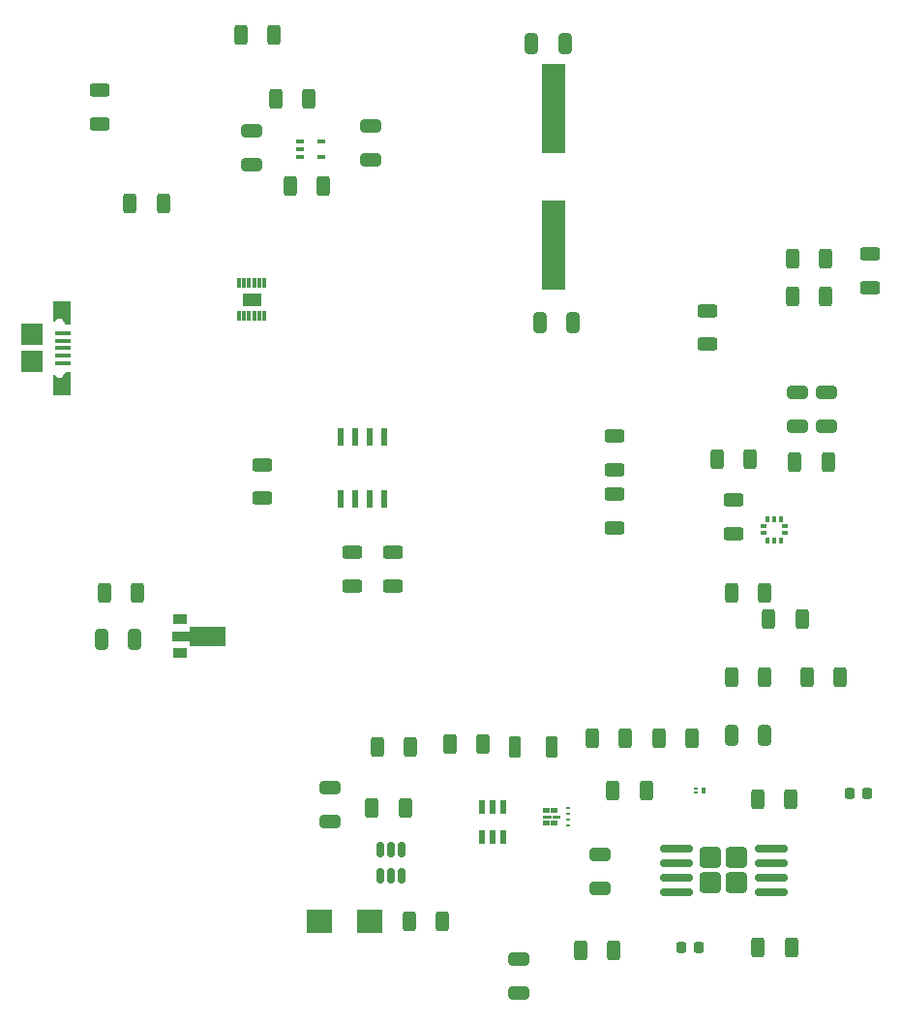
<source format=gbr>
%TF.GenerationSoftware,KiCad,Pcbnew,(7.0.0)*%
%TF.CreationDate,2023-04-24T23:57:33+02:00*%
%TF.ProjectId,main_v0.6,6d61696e-5f76-4302-9e36-2e6b69636164,rev?*%
%TF.SameCoordinates,Original*%
%TF.FileFunction,Paste,Top*%
%TF.FilePolarity,Positive*%
%FSLAX46Y46*%
G04 Gerber Fmt 4.6, Leading zero omitted, Abs format (unit mm)*
G04 Created by KiCad (PCBNEW (7.0.0)) date 2023-04-24 23:57:33*
%MOMM*%
%LPD*%
G01*
G04 APERTURE LIST*
G04 Aperture macros list*
%AMRoundRect*
0 Rectangle with rounded corners*
0 $1 Rounding radius*
0 $2 $3 $4 $5 $6 $7 $8 $9 X,Y pos of 4 corners*
0 Add a 4 corners polygon primitive as box body*
4,1,4,$2,$3,$4,$5,$6,$7,$8,$9,$2,$3,0*
0 Add four circle primitives for the rounded corners*
1,1,$1+$1,$2,$3*
1,1,$1+$1,$4,$5*
1,1,$1+$1,$6,$7*
1,1,$1+$1,$8,$9*
0 Add four rect primitives between the rounded corners*
20,1,$1+$1,$2,$3,$4,$5,0*
20,1,$1+$1,$4,$5,$6,$7,0*
20,1,$1+$1,$6,$7,$8,$9,0*
20,1,$1+$1,$8,$9,$2,$3,0*%
%AMFreePoly0*
4,1,9,3.862500,-0.866500,0.737500,-0.866500,0.737500,-0.450000,-0.737500,-0.450000,-0.737500,0.450000,0.737500,0.450000,0.737500,0.866500,3.862500,0.866500,3.862500,-0.866500,3.862500,-0.866500,$1*%
%AMFreePoly1*
4,1,9,1.050000,0.350000,0.550000,0.000000,0.550000,-0.400000,0.800000,-0.650000,0.800000,-0.800000,-1.050000,-0.800000,-1.050000,0.800000,1.050000,0.800000,1.050000,0.350000,1.050000,0.350000,$1*%
%AMFreePoly2*
4,1,9,1.050000,-0.800000,-0.800000,-0.800000,-0.800000,-0.650000,-0.550000,-0.400000,-0.550000,0.000000,-1.050000,0.350000,-1.050000,0.800000,1.050000,0.800000,1.050000,-0.800000,1.050000,-0.800000,$1*%
G04 Aperture macros list end*
%ADD10C,0.010000*%
%ADD11RoundRect,0.250000X-0.312500X-0.625000X0.312500X-0.625000X0.312500X0.625000X-0.312500X0.625000X0*%
%ADD12RoundRect,0.007500X-0.117500X0.412500X-0.117500X-0.412500X0.117500X-0.412500X0.117500X0.412500X0*%
%ADD13RoundRect,0.250000X0.625000X-0.312500X0.625000X0.312500X-0.625000X0.312500X-0.625000X-0.312500X0*%
%ADD14R,0.650000X0.400000*%
%ADD15RoundRect,0.250000X-0.325000X-0.650000X0.325000X-0.650000X0.325000X0.650000X-0.325000X0.650000X0*%
%ADD16RoundRect,0.250000X-0.625000X0.312500X-0.625000X-0.312500X0.625000X-0.312500X0.625000X0.312500X0*%
%ADD17RoundRect,0.218750X-0.218750X-0.256250X0.218750X-0.256250X0.218750X0.256250X-0.218750X0.256250X0*%
%ADD18R,0.550000X1.200000*%
%ADD19R,2.000000X7.875000*%
%ADD20RoundRect,0.250000X0.312500X0.625000X-0.312500X0.625000X-0.312500X-0.625000X0.312500X-0.625000X0*%
%ADD21RoundRect,0.250000X-0.275000X-0.700000X0.275000X-0.700000X0.275000X0.700000X-0.275000X0.700000X0*%
%ADD22RoundRect,0.150000X-0.150000X0.512500X-0.150000X-0.512500X0.150000X-0.512500X0.150000X0.512500X0*%
%ADD23RoundRect,0.250000X-0.670000X-0.645000X0.670000X-0.645000X0.670000X0.645000X-0.670000X0.645000X0*%
%ADD24RoundRect,0.175000X-1.250000X-0.175000X1.250000X-0.175000X1.250000X0.175000X-1.250000X0.175000X0*%
%ADD25RoundRect,0.250000X0.650000X-0.325000X0.650000X0.325000X-0.650000X0.325000X-0.650000X-0.325000X0*%
%ADD26RoundRect,0.250000X-0.650000X0.325000X-0.650000X-0.325000X0.650000X-0.325000X0.650000X0.325000X0*%
%ADD27R,1.300000X0.900000*%
%ADD28FreePoly0,0.000000*%
%ADD29RoundRect,0.250000X0.325000X0.650000X-0.325000X0.650000X-0.325000X-0.650000X0.325000X-0.650000X0*%
%ADD30R,0.600000X1.550000*%
%ADD31R,2.200000X2.150000*%
%ADD32RoundRect,0.100000X-0.175000X-0.100000X0.175000X-0.100000X0.175000X0.100000X-0.175000X0.100000X0*%
%ADD33RoundRect,0.100000X-0.100000X-0.175000X0.100000X-0.175000X0.100000X0.175000X-0.100000X0.175000X0*%
%ADD34R,0.380000X0.150000*%
%ADD35R,0.380000X0.630000*%
%ADD36R,0.450000X0.250000*%
%ADD37R,1.350000X0.400000*%
%ADD38FreePoly1,270.000000*%
%ADD39R,1.900000X1.900000*%
%ADD40FreePoly2,270.000000*%
G04 APERTURE END LIST*
%TO.C,U5*%
G36*
X111280000Y-84584000D02*
G01*
X109700000Y-84584000D01*
X109700000Y-83564000D01*
X111280000Y-83564000D01*
X111280000Y-84584000D01*
G37*
D10*
X111280000Y-84584000D02*
X109700000Y-84584000D01*
X109700000Y-83564000D01*
X111280000Y-83564000D01*
X111280000Y-84584000D01*
%TO.C,U7*%
G36*
X136476000Y-128923000D02*
G01*
X136001000Y-128923000D01*
X136001000Y-128573000D01*
X136476000Y-128573000D01*
X136476000Y-128923000D01*
G37*
X136476000Y-128923000D02*
X136001000Y-128923000D01*
X136001000Y-128573000D01*
X136476000Y-128573000D01*
X136476000Y-128923000D01*
G36*
X136626000Y-129398000D02*
G01*
X136001000Y-129398000D01*
X136001000Y-129198000D01*
X136626000Y-129198000D01*
X136626000Y-129398000D01*
G37*
X136626000Y-129398000D02*
X136001000Y-129398000D01*
X136001000Y-129198000D01*
X136626000Y-129198000D01*
X136626000Y-129398000D01*
G36*
X136476000Y-130023000D02*
G01*
X136001000Y-130023000D01*
X136001000Y-129673000D01*
X136476000Y-129673000D01*
X136476000Y-130023000D01*
G37*
X136476000Y-130023000D02*
X136001000Y-130023000D01*
X136001000Y-129673000D01*
X136476000Y-129673000D01*
X136476000Y-130023000D01*
G36*
X137151000Y-128923000D02*
G01*
X136676000Y-128923000D01*
X136676000Y-128573000D01*
X137151000Y-128573000D01*
X137151000Y-128923000D01*
G37*
X137151000Y-128923000D02*
X136676000Y-128923000D01*
X136676000Y-128573000D01*
X137151000Y-128573000D01*
X137151000Y-128923000D01*
G36*
X137151000Y-130023000D02*
G01*
X136676000Y-130023000D01*
X136676000Y-129673000D01*
X137151000Y-129673000D01*
X137151000Y-130023000D01*
G37*
X137151000Y-130023000D02*
X136676000Y-130023000D01*
X136676000Y-129673000D01*
X137151000Y-129673000D01*
X137151000Y-130023000D01*
G36*
X137451000Y-129398000D02*
G01*
X136826000Y-129398000D01*
X136826000Y-129198000D01*
X137451000Y-129198000D01*
X137451000Y-129398000D01*
G37*
X137451000Y-129398000D02*
X136826000Y-129398000D01*
X136826000Y-129198000D01*
X137451000Y-129198000D01*
X137451000Y-129398000D01*
%TD*%
D11*
%TO.C,R28*%
X157795500Y-80530000D03*
X160720500Y-80530000D03*
%TD*%
D12*
%TO.C,U5*%
X111615000Y-82639000D03*
X111165000Y-82639000D03*
X110715000Y-82639000D03*
X110265000Y-82639000D03*
X109815000Y-82639000D03*
X109365000Y-82639000D03*
X109365000Y-85509000D03*
X109815000Y-85509000D03*
X110265000Y-85509000D03*
X110715000Y-85509000D03*
X111165000Y-85509000D03*
X111615000Y-85509000D03*
%TD*%
D13*
%TO.C,R22*%
X142240000Y-104078500D03*
X142240000Y-101153500D03*
%TD*%
D14*
%TO.C,U1*%
X114685999Y-70327999D03*
X114685999Y-70977999D03*
X114685999Y-71627999D03*
X116585999Y-71627999D03*
X116585999Y-70327999D03*
%TD*%
D11*
%TO.C,R1*%
X109535500Y-60960000D03*
X112460500Y-60960000D03*
%TD*%
%TO.C,R7*%
X152461500Y-109728000D03*
X155386500Y-109728000D03*
%TD*%
D15*
%TO.C,C7*%
X97331000Y-113792000D03*
X100281000Y-113792000D03*
%TD*%
D16*
%TO.C,R18*%
X119253000Y-106235000D03*
X119253000Y-109160000D03*
%TD*%
D11*
%TO.C,R24*%
X99822000Y-75692000D03*
X102747000Y-75692000D03*
%TD*%
D17*
%TO.C,D2*%
X162788500Y-127254000D03*
X164363500Y-127254000D03*
%TD*%
D11*
%TO.C,R17*%
X127823500Y-122936000D03*
X130748500Y-122936000D03*
%TD*%
D18*
%TO.C,IC1*%
X130621999Y-131093999D03*
X131571999Y-131093999D03*
X132521999Y-131093999D03*
X132521999Y-128493999D03*
X131571999Y-128493999D03*
X130621999Y-128493999D03*
%TD*%
D19*
%TO.C,Y1*%
X136905999Y-79343499D03*
X136905999Y-67468499D03*
%TD*%
D11*
%TO.C,R32*%
X112583500Y-66548000D03*
X115508500Y-66548000D03*
%TD*%
%TO.C,R15*%
X146111500Y-122428000D03*
X149036500Y-122428000D03*
%TD*%
D15*
%TO.C,C11*%
X152449000Y-122174000D03*
X155399000Y-122174000D03*
%TD*%
D20*
%TO.C,R2*%
X160913000Y-98298000D03*
X157988000Y-98298000D03*
%TD*%
D21*
%TO.C,L1*%
X133553000Y-123190000D03*
X136703000Y-123190000D03*
%TD*%
D22*
%TO.C,Q1*%
X123632000Y-132212500D03*
X122682000Y-132212500D03*
X121732000Y-132212500D03*
X121732000Y-134487500D03*
X122682000Y-134487500D03*
X123632000Y-134487500D03*
%TD*%
D23*
%TO.C,U4*%
X150628000Y-132875000D03*
X150628000Y-135095000D03*
X152908000Y-132875000D03*
X152908000Y-135095000D03*
D24*
X147618000Y-132080000D03*
X147618000Y-133350000D03*
X147618000Y-134620000D03*
X147618000Y-135890000D03*
X155918000Y-135890000D03*
X155918000Y-134620000D03*
X155918000Y-133350000D03*
X155918000Y-132080000D03*
%TD*%
D13*
%TO.C,R30*%
X97220500Y-68772500D03*
X97220500Y-65847500D03*
%TD*%
D11*
%TO.C,R11*%
X142109000Y-127000000D03*
X145034000Y-127000000D03*
%TD*%
D25*
%TO.C,C3*%
X158242000Y-95201000D03*
X158242000Y-92251000D03*
%TD*%
%TO.C,C5*%
X140970000Y-135587000D03*
X140970000Y-132637000D03*
%TD*%
D11*
%TO.C,R23*%
X152461500Y-117094000D03*
X155386500Y-117094000D03*
%TD*%
D26*
%TO.C,C1*%
X110490000Y-69391000D03*
X110490000Y-72341000D03*
%TD*%
D11*
%TO.C,R5*%
X151191500Y-98044000D03*
X154116500Y-98044000D03*
%TD*%
D16*
%TO.C,R4*%
X152654000Y-101661500D03*
X152654000Y-104586500D03*
%TD*%
D11*
%TO.C,R14*%
X140269500Y-122428000D03*
X143194500Y-122428000D03*
%TD*%
D27*
%TO.C,U3*%
X104221999Y-112037999D03*
D28*
X104309500Y-113538000D03*
D27*
X104221999Y-115037999D03*
%TD*%
D29*
%TO.C,C9*%
X137922000Y-61722000D03*
X134972000Y-61722000D03*
%TD*%
D30*
%TO.C,U8*%
X122046999Y-96138499D03*
X120776999Y-96138499D03*
X119506999Y-96138499D03*
X118236999Y-96138499D03*
X118236999Y-101538499D03*
X119506999Y-101538499D03*
X120776999Y-101538499D03*
X122046999Y-101538499D03*
%TD*%
D31*
%TO.C,D1*%
X116417999Y-138429999D03*
X120817999Y-138429999D03*
%TD*%
D11*
%TO.C,R3*%
X113853500Y-74168000D03*
X116778500Y-74168000D03*
%TD*%
%TO.C,R26*%
X159065500Y-117094000D03*
X161990500Y-117094000D03*
%TD*%
%TO.C,R10*%
X121027000Y-128524000D03*
X123952000Y-128524000D03*
%TD*%
%TO.C,R16*%
X121473500Y-123190000D03*
X124398500Y-123190000D03*
%TD*%
%TO.C,R13*%
X154747500Y-127762000D03*
X157672500Y-127762000D03*
%TD*%
D29*
%TO.C,C8*%
X138635000Y-86106000D03*
X135685000Y-86106000D03*
%TD*%
D11*
%TO.C,R21*%
X139253500Y-140970000D03*
X142178500Y-140970000D03*
%TD*%
D16*
%TO.C,R25*%
X111440500Y-98552000D03*
X111440500Y-101477000D03*
%TD*%
D11*
%TO.C,R6*%
X155700500Y-112014000D03*
X158625500Y-112014000D03*
%TD*%
D25*
%TO.C,C4*%
X160782000Y-95201000D03*
X160782000Y-92251000D03*
%TD*%
D16*
%TO.C,R9*%
X142240000Y-96073500D03*
X142240000Y-98998500D03*
%TD*%
D26*
%TO.C,C10*%
X117348000Y-126795000D03*
X117348000Y-129745000D03*
%TD*%
D11*
%TO.C,R8*%
X124267500Y-138430000D03*
X127192500Y-138430000D03*
%TD*%
D16*
%TO.C,R19*%
X122809000Y-106233500D03*
X122809000Y-109158500D03*
%TD*%
D13*
%TO.C,R31*%
X164592000Y-83058000D03*
X164592000Y-80133000D03*
%TD*%
D32*
%TO.C,U2*%
X155285000Y-103931000D03*
X155285000Y-104531000D03*
D33*
X155610000Y-105156000D03*
X156210000Y-105156000D03*
X156810000Y-105156000D03*
D32*
X157135000Y-104531000D03*
X157135000Y-103931000D03*
D33*
X156810000Y-103306000D03*
X156210000Y-103306000D03*
X155610000Y-103306000D03*
%TD*%
D17*
%TO.C,D4*%
X148056500Y-140716000D03*
X149631500Y-140716000D03*
%TD*%
D11*
%TO.C,R20*%
X97597500Y-109728000D03*
X100522500Y-109728000D03*
%TD*%
D34*
%TO.C,Q2*%
X149351999Y-126825999D03*
X149351999Y-127174999D03*
D35*
X150011999Y-126999999D03*
%TD*%
D25*
%TO.C,C6*%
X133858000Y-144731000D03*
X133858000Y-141781000D03*
%TD*%
D16*
%TO.C,R27*%
X150368000Y-85090000D03*
X150368000Y-88015000D03*
%TD*%
D11*
%TO.C,R29*%
X157795500Y-83820000D03*
X160720500Y-83820000D03*
%TD*%
D36*
%TO.C,U7*%
X138175999Y-130047999D03*
X138175999Y-129547999D03*
X138175999Y-129047999D03*
X138175999Y-128547999D03*
%TD*%
D11*
%TO.C,R12*%
X154809000Y-140716000D03*
X157734000Y-140716000D03*
%TD*%
D37*
%TO.C,J5*%
X93978999Y-87060999D03*
X93978999Y-87710999D03*
X93978999Y-88360999D03*
X93978999Y-89010999D03*
X93978999Y-89660999D03*
D38*
X93854000Y-85261000D03*
D39*
X91303999Y-87160999D03*
X91303999Y-89560999D03*
D40*
X93854000Y-91461000D03*
%TD*%
D25*
%TO.C,C2*%
X120904000Y-71882000D03*
X120904000Y-68932000D03*
%TD*%
M02*

</source>
